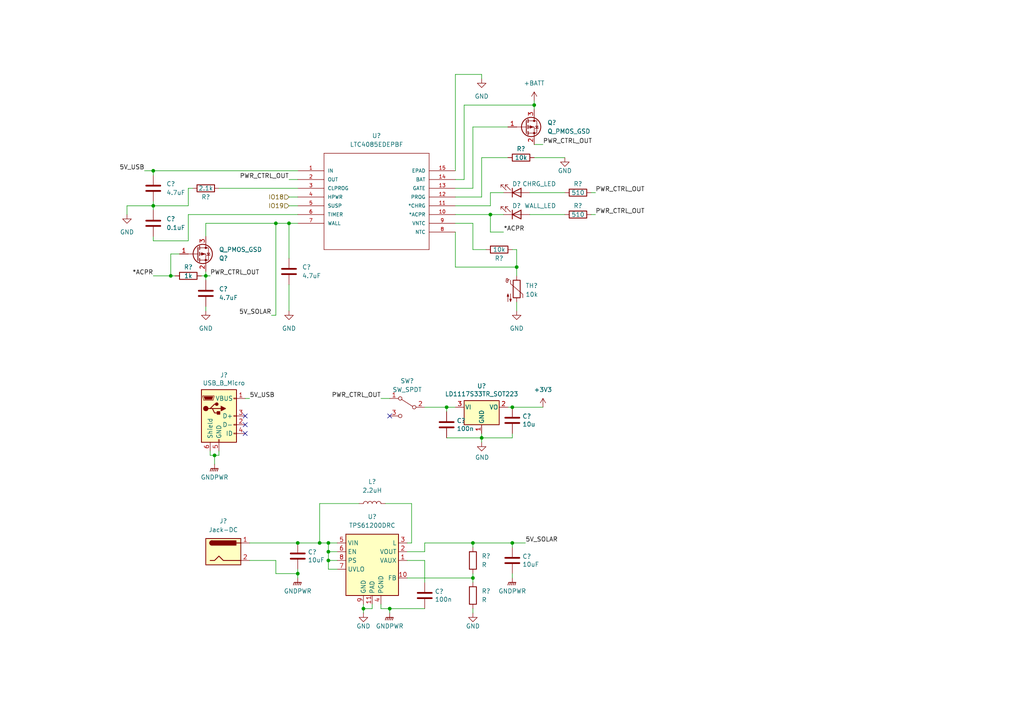
<source format=kicad_sch>
(kicad_sch (version 20211123) (generator eeschema)
  (paper "A4")
  (lib_symbols
    (symbol "Connector:Jack-DC" (pin_names (offset 1.016))
      (property "Reference" "J" (at 0 5.334 0))
      (property "Value" "Jack-DC" (at 0 -5.08 0))
      (symbol "Jack-DC_0_1"
        (rectangle (start -5.08 3.81) (end 5.08 -3.81) (stroke (width 0.254)) (fill (type background)))
        (arc (start -3.302 3.175) (mid -3.937 2.54) (end -3.302 1.905) (stroke (width 0.254)))
        (arc (start -3.302 3.175) (mid -3.937 2.54) (end -3.302 1.905) (stroke (width 0.254)) (fill (type outline)))
        (polyline (pts (xy 5.08 2.54) (xy 3.81 2.54)) (stroke (width 0.254)))
        (polyline (pts (xy -3.81 -2.54) (xy -2.54 -2.54) (xy -1.27 -1.27) (xy 0 -2.54) (xy 2.54 -2.54) (xy 5.08 -2.54)) (stroke (width 0.254)))
        (rectangle (start 3.683 3.175) (end -3.302 1.905) (stroke (width 0.254)) (fill (type outline)))
      )
      (symbol "Jack-DC_1_1"
        (pin passive line (at 7.62 2.54 180) (length 2.54) (name "~") (number "1"))
        (pin passive line (at 7.62 -2.54 180) (length 2.54) (name "~") (number "2"))
      )
    )
    (symbol "Connector:USB_B_Micro" (pin_names (offset 1.016))
      (property "Reference" "J" (at -5.08 11.43 0))
      (property "Value" "USB_B_Micro" (at -5.08 8.89 0))
      (symbol "USB_B_Micro_0_1"
        (rectangle (start -5.08 -7.62) (end 5.08 7.62) (stroke (width 0.254)) (fill (type background)))
        (circle (center -3.81 2.159) (radius 0.635) (stroke (width 0.254)) (fill (type outline)))
        (circle (center -0.635 3.429) (radius 0.381) (stroke (width 0.254)) (fill (type outline)))
        (rectangle (start -0.127 -7.62) (end 0.127 -6.858))
        (polyline (pts (xy -1.905 2.159) (xy 0.635 2.159)) (stroke (width 0.254)))
        (polyline (pts (xy -3.175 2.159) (xy -2.54 2.159) (xy -1.27 3.429) (xy -0.635 3.429)) (stroke (width 0.254)))
        (polyline (pts (xy -2.54 2.159) (xy -1.905 2.159) (xy -1.27 0.889) (xy 0 0.889)) (stroke (width 0.254)))
        (polyline (pts (xy 0.635 2.794) (xy 0.635 1.524) (xy 1.905 2.159) (xy 0.635 2.794)) (stroke (width 0.254)) (fill (type outline)))
        (polyline (pts (xy -4.318 5.588) (xy -1.778 5.588) (xy -2.032 4.826) (xy -4.064 4.826) (xy -4.318 5.588)) (fill (type outline)))
        (polyline (pts (xy -4.699 5.842) (xy -4.699 5.588) (xy -4.445 4.826) (xy -4.445 4.572) (xy -1.651 4.572) (xy -1.651 4.826) (xy -1.397 5.588) (xy -1.397 5.842) (xy -4.699 5.842)))
        (rectangle (start 0.254 1.27) (end -0.508 0.508) (stroke (width 0.254)) (fill (type outline)))
        (rectangle (start 5.08 -5.207) (end 4.318 -4.953))
        (rectangle (start 5.08 -2.667) (end 4.318 -2.413))
        (rectangle (start 5.08 -0.127) (end 4.318 0.127))
        (rectangle (start 5.08 4.953) (end 4.318 5.207))
      )
      (symbol "USB_B_Micro_1_1"
        (pin power_out line (at 7.62 5.08 180) (length 2.54) (name "VBUS") (number "1"))
        (pin bidirectional line (at 7.62 -2.54 180) (length 2.54) (name "D-") (number "2"))
        (pin bidirectional line (at 7.62 0 180) (length 2.54) (name "D+") (number "3"))
        (pin passive line (at 7.62 -5.08 180) (length 2.54) (name "ID") (number "4"))
        (pin power_out line (at 0 -10.16 90) (length 2.54) (name "GND") (number "5"))
        (pin passive line (at -2.54 -10.16 90) (length 2.54) (name "Shield") (number "6"))
      )
    )
    (symbol "Device:C" (pin_numbers hide) (pin_names (offset 0.254))
      (property "Reference" "C" (at 0.635 2.54 0))
      (property "Value" "C" (at 0.635 -2.54 0))
      (symbol "C_0_1"
        (polyline (pts (xy -2.032 -0.762) (xy 2.032 -0.762)) (stroke (width 0.508)))
        (polyline (pts (xy -2.032 0.762) (xy 2.032 0.762)) (stroke (width 0.508)))
      )
      (symbol "C_1_1"
        (pin passive line (at 0 3.81 270) (length 2.794) (name "~") (number "1"))
        (pin passive line (at 0 -3.81 90) (length 2.794) (name "~") (number "2"))
      )
    )
    (symbol "Device:L" (pin_numbers hide) (pin_names (offset 1.016) hide)
      (property "Reference" "L" (at -1.27 0 90))
      (property "Value" "L" (at 1.905 0 90))
      (symbol "L_0_1"
        (arc (start 0 -2.54) (mid 0.635 -1.905) (end 0 -1.27))
        (arc (start 0 -1.27) (mid 0.635 -0.635) (end 0 0))
        (arc (start 0 0) (mid 0.635 0.635) (end 0 1.27))
        (arc (start 0 1.27) (mid 0.635 1.905) (end 0 2.54))
      )
      (symbol "L_1_1"
        (pin passive line (at 0 3.81 270) (length 1.27) (name "1") (number "1"))
        (pin passive line (at 0 -3.81 90) (length 1.27) (name "2") (number "2"))
      )
    )
    (symbol "Device:LED" (pin_numbers hide) (pin_names (offset 1.016) hide)
      (property "Reference" "D" (at 0 2.54 0))
      (property "Value" "LED" (at 0 -2.54 0))
      (symbol "LED_0_1"
        (polyline (pts (xy -1.27 -1.27) (xy -1.27 1.27)) (stroke (width 0.254)))
        (polyline (pts (xy -1.27 0) (xy 1.27 0)))
        (polyline (pts (xy 1.27 -1.27) (xy 1.27 1.27) (xy -1.27 0) (xy 1.27 -1.27)) (stroke (width 0.254)))
        (polyline (pts (xy -3.048 -0.762) (xy -4.572 -2.286) (xy -3.81 -2.286) (xy -4.572 -2.286) (xy -4.572 -1.524)))
        (polyline (pts (xy -1.778 -0.762) (xy -3.302 -2.286) (xy -2.54 -2.286) (xy -3.302 -2.286) (xy -3.302 -1.524)))
      )
      (symbol "LED_1_1"
        (pin passive line (at -3.81 0 0) (length 2.54) (name "K") (number "1"))
        (pin passive line (at 3.81 0 180) (length 2.54) (name "A") (number "2"))
      )
    )
    (symbol "Device:Q_PMOS_GSD" (pin_names (offset 0) hide)
      (property "Reference" "Q" (at 5.08 1.27 0))
      (property "Value" "Q_PMOS_GSD" (at 5.08 -1.27 0))
      (symbol "Q_PMOS_GSD_0_1"
        (polyline (pts (xy 0.254 0) (xy -2.54 0)))
        (polyline (pts (xy 0.254 1.905) (xy 0.254 -1.905)) (stroke (width 0.254)))
        (polyline (pts (xy 0.762 -1.27) (xy 0.762 -2.286)) (stroke (width 0.254)))
        (polyline (pts (xy 0.762 0.508) (xy 0.762 -0.508)) (stroke (width 0.254)))
        (polyline (pts (xy 0.762 2.286) (xy 0.762 1.27)) (stroke (width 0.254)))
        (polyline (pts (xy 2.54 2.54) (xy 2.54 1.778)))
        (polyline (pts (xy 2.54 -2.54) (xy 2.54 0) (xy 0.762 0)))
        (polyline (pts (xy 0.762 1.778) (xy 3.302 1.778) (xy 3.302 -1.778) (xy 0.762 -1.778)))
        (polyline (pts (xy 2.286 0) (xy 1.27 0.381) (xy 1.27 -0.381) (xy 2.286 0)) (fill (type outline)))
        (polyline (pts (xy 2.794 -0.508) (xy 2.921 -0.381) (xy 3.683 -0.381) (xy 3.81 -0.254)))
        (polyline (pts (xy 3.302 -0.381) (xy 2.921 0.254) (xy 3.683 0.254) (xy 3.302 -0.381)))
        (circle (center 1.651 0) (radius 2.794) (stroke (width 0.254)))
        (circle (center 2.54 -1.778) (radius 0.254) (fill (type outline)))
        (circle (center 2.54 1.778) (radius 0.254) (fill (type outline)))
      )
      (symbol "Q_PMOS_GSD_1_1"
        (pin input line (at -5.08 0 0) (length 2.54) (name "G") (number "1"))
        (pin passive line (at 2.54 -5.08 90) (length 2.54) (name "S") (number "2"))
        (pin passive line (at 2.54 5.08 270) (length 2.54) (name "D") (number "3"))
      )
    )
    (symbol "Device:R" (pin_numbers hide) (pin_names (offset 0))
      (property "Reference" "R" (at 2.032 0 90))
      (property "Value" "R" (at 0 0 90))
      (symbol "R_0_1"
        (rectangle (start -1.016 -2.54) (end 1.016 2.54) (stroke (width 0.254)))
      )
      (symbol "R_1_1"
        (pin passive line (at 0 3.81 270) (length 1.27) (name "~") (number "1"))
        (pin passive line (at 0 -3.81 90) (length 1.27) (name "~") (number "2"))
      )
    )
    (symbol "Device:Thermistor_NTC" (pin_numbers hide) (pin_names (offset 0))
      (property "Reference" "TH" (at -4.445 0 90))
      (property "Value" "Thermistor_NTC" (at 3.175 0 90))
      (symbol "Thermistor_NTC_0_1"
        (arc (start -3.048 2.159) (mid -3.0495 2.3143) (end -3.175 2.413))
        (arc (start -3.048 2.159) (mid -2.9736 1.9794) (end -2.794 1.905))
        (arc (start -3.048 2.794) (mid -2.9736 2.6144) (end -2.794 2.54))
        (arc (start -2.794 1.905) (mid -2.6144 1.9794) (end -2.54 2.159))
        (arc (start -2.794 2.54) (mid -2.4393 2.5587) (end -2.159 2.794))
        (arc (start -2.794 3.048) (mid -2.9736 2.9736) (end -3.048 2.794))
        (arc (start -2.54 2.794) (mid -2.6144 2.9736) (end -2.794 3.048))
        (rectangle (start -1.016 2.54) (end 1.016 -2.54) (stroke (width 0.254)))
        (polyline (pts (xy -2.54 2.159) (xy -2.54 2.794)))
        (polyline (pts (xy -1.778 2.54) (xy -1.778 1.524) (xy 1.778 -1.524) (xy 1.778 -2.54)))
        (polyline (pts (xy -2.54 -3.683) (xy -2.54 -1.397) (xy -2.794 -2.159) (xy -2.286 -2.159) (xy -2.54 -1.397) (xy -2.54 -1.651)) (fill (type outline)))
        (polyline (pts (xy -1.778 -1.397) (xy -1.778 -3.683) (xy -2.032 -2.921) (xy -1.524 -2.921) (xy -1.778 -3.683) (xy -1.778 -3.429)) (fill (type outline)))
      )
      (symbol "Thermistor_NTC_1_1"
        (pin passive line (at 0 3.81 270) (length 1.27) (name "~") (number "1"))
        (pin passive line (at 0 -3.81 90) (length 1.27) (name "~") (number "2"))
      )
    )
    (symbol "LTC4085EDEPBF:LTC4085EDEPBF" (pin_names (offset 1.016))
      (property "Reference" "U" (at 18.1356 9.1186 0))
      (property "Value" "LTC4085EDEPBF" (at 17.5006 6.5786 0))
      (symbol "LTC4085EDEPBF_0_0"
        (polyline (pts (xy 7.62 -22.86) (xy 38.1 -22.86)) (stroke (width 0.1524)))
        (polyline (pts (xy 7.62 5.08) (xy 7.62 -22.86)) (stroke (width 0.1524)))
        (polyline (pts (xy 38.1 -22.86) (xy 38.1 5.08)) (stroke (width 0.1524)))
        (polyline (pts (xy 38.1 5.08) (xy 7.62 5.08)) (stroke (width 0.1524)))
        (pin input line (at 0 0 0) (length 7.62) (name "IN") (number "1"))
        (pin output line (at 45.72 -12.7 180) (length 7.62) (name "*ACPR") (number "10"))
        (pin output line (at 45.72 -10.16 180) (length 7.62) (name "*CHRG") (number "11"))
        (pin passive line (at 45.72 -7.62 180) (length 7.62) (name "PROG") (number "12"))
        (pin passive line (at 45.72 -5.08 180) (length 7.62) (name "GATE") (number "13"))
        (pin passive line (at 45.72 -2.54 180) (length 7.62) (name "BAT") (number "14"))
        (pin passive line (at 45.72 0 180) (length 7.62) (name "EPAD") (number "15"))
        (pin output line (at 0 -2.54 0) (length 7.62) (name "OUT") (number "2"))
        (pin input line (at 0 -5.08 0) (length 7.62) (name "CLPROG") (number "3"))
        (pin input line (at 0 -7.62 0) (length 7.62) (name "HPWR") (number "4"))
        (pin input line (at 0 -10.16 0) (length 7.62) (name "SUSP") (number "5"))
        (pin passive line (at 0 -12.7 0) (length 7.62) (name "TIMER") (number "6"))
        (pin input line (at 0 -15.24 0) (length 7.62) (name "WALL") (number "7"))
        (pin input line (at 45.72 -17.78 180) (length 7.62) (name "NTC") (number "8"))
        (pin output line (at 45.72 -15.24 180) (length 7.62) (name "VNTC") (number "9"))
      )
    )
    (symbol "Regulator_Linear:LD1117S33TR_SOT223" (pin_names (offset 0.254))
      (property "Reference" "U" (at -3.81 3.175 0))
      (property "Value" "LD1117S33TR_SOT223" (at 0 3.175 0))
      (symbol "LD1117S33TR_SOT223_0_1"
        (rectangle (start -5.08 -5.08) (end 5.08 1.905) (stroke (width 0.254)) (fill (type background)))
      )
      (symbol "LD1117S33TR_SOT223_1_1"
        (pin power_in line (at 0 -7.62 90) (length 2.54) (name "GND") (number "1"))
        (pin power_out line (at 7.62 0 180) (length 2.54) (name "VO") (number "2"))
        (pin power_in line (at -7.62 0 0) (length 2.54) (name "VI") (number "3"))
      )
    )
    (symbol "Regulator_Switching:TPS61200DRC"
      (property "Reference" "U" (at -10.16 8.89 0))
      (property "Value" "TPS61200DRC" (at -2.54 8.89 0))
      (symbol "TPS61200DRC_0_1"
        (rectangle (start -7.62 7.62) (end 7.62 -10.16) (stroke (width 0.254)) (fill (type background)))
      )
      (symbol "TPS61200DRC_1_1"
        (pin bidirectional line (at 10.16 0 180) (length 2.54) (name "VAUX") (number "1"))
        (pin input line (at 10.16 -5.08 180) (length 2.54) (name "FB") (number "10"))
        (pin power_in line (at 0 -12.7 90) (length 2.54) (name "PAD") (number "11"))
        (pin power_out line (at 10.16 2.54 180) (length 2.54) (name "VOUT") (number "2"))
        (pin input line (at 10.16 5.08 180) (length 2.54) (name "L") (number "3"))
        (pin power_in line (at 2.54 -12.7 90) (length 2.54) (name "PGND") (number "4"))
        (pin power_in line (at -10.16 5.08 0) (length 2.54) (name "VIN") (number "5"))
        (pin input line (at -10.16 2.54 0) (length 2.54) (name "EN") (number "6"))
        (pin input line (at -10.16 -2.54 0) (length 2.54) (name "UVLO") (number "7"))
        (pin input line (at -10.16 0 0) (length 2.54) (name "PS") (number "8"))
        (pin power_in line (at -2.54 -12.7 90) (length 2.54) (name "GND") (number "9"))
      )
    )
    (symbol "Switch:SW_SPDT" (pin_names (offset 0) hide)
      (property "Reference" "SW" (at 0 4.318 0))
      (property "Value" "SW_SPDT" (at 0 -5.08 0))
      (symbol "SW_SPDT_0_0"
        (circle (center -2.032 0) (radius 0.508))
        (circle (center 2.032 -2.54) (radius 0.508))
      )
      (symbol "SW_SPDT_0_1"
        (polyline (pts (xy -1.524 0.254) (xy 1.651 2.286)))
        (circle (center 2.032 2.54) (radius 0.508))
      )
      (symbol "SW_SPDT_1_1"
        (pin passive line (at 5.08 2.54 180) (length 2.54) (name "A") (number "1"))
        (pin passive line (at -5.08 0 0) (length 2.54) (name "B") (number "2"))
        (pin passive line (at 5.08 -2.54 180) (length 2.54) (name "C") (number "3"))
      )
    )
    (symbol "power:+3.3V" (power) (pin_names (offset 0))
      (property "Value" "+3.3V" (at 0 3.556 0))
      (symbol "+3.3V_0_1"
        (polyline (pts (xy -0.762 1.27) (xy 0 2.54)))
        (polyline (pts (xy 0 0) (xy 0 2.54)))
        (polyline (pts (xy 0 2.54) (xy 0.762 1.27)))
      )
      (symbol "+3.3V_1_1"
        (pin power_in line (at 0 0 90) (length 0) hide (name "+3V3") (number "1"))
      )
    )
    (symbol "power:+BATT" (power) (pin_names (offset 0))
      (property "Value" "+BATT" (at 0 3.556 0))
      (symbol "+BATT_0_1"
        (polyline (pts (xy -0.762 1.27) (xy 0 2.54)))
        (polyline (pts (xy 0 0) (xy 0 2.54)))
        (polyline (pts (xy 0 2.54) (xy 0.762 1.27)))
      )
      (symbol "+BATT_1_1"
        (pin power_in line (at 0 0 90) (length 0) hide (name "+BATT") (number "1"))
      )
    )
    (symbol "power:GND" (power) (pin_names (offset 0))
      (property "Value" "GND" (at 0 -3.81 0))
      (symbol "GND_0_1"
        (polyline (pts (xy 0 0) (xy 0 -1.27) (xy 1.27 -1.27) (xy 0 -2.54) (xy -1.27 -1.27) (xy 0 -1.27)))
      )
      (symbol "GND_1_1"
        (pin power_in line (at 0 0 270) (length 0) hide (name "GND") (number "1"))
      )
    )
    (symbol "power:GNDPWR" (power) (pin_names (offset 0))
      (property "Value" "GNDPWR" (at 0 -3.302 0))
      (symbol "GNDPWR_0_1"
        (polyline (pts (xy 0 -1.27) (xy 0 0)))
        (polyline (pts (xy -1.016 -1.27) (xy -1.27 -2.032) (xy -1.27 -2.032)) (stroke (width 0.2032)))
        (polyline (pts (xy -0.508 -1.27) (xy -0.762 -2.032) (xy -0.762 -2.032)) (stroke (width 0.2032)))
        (polyline (pts (xy 0 -1.27) (xy -0.254 -2.032) (xy -0.254 -2.032)) (stroke (width 0.2032)))
        (polyline (pts (xy 0.508 -1.27) (xy 0.254 -2.032) (xy 0.254 -2.032)) (stroke (width 0.2032)))
        (polyline (pts (xy 1.016 -1.27) (xy -1.016 -1.27) (xy -1.016 -1.27)) (stroke (width 0.2032)))
        (polyline (pts (xy 1.016 -1.27) (xy 0.762 -2.032) (xy 0.762 -2.032) (xy 0.762 -2.032)) (stroke (width 0.2032)))
      )
      (symbol "GNDPWR_1_1"
        (pin power_in line (at 0 0 270) (length 0) hide (name "GNDPWR") (number "1"))
      )
    )
  )
  (junction (at 95.25 157.48))
  (junction (at 92.71 157.48))
  (junction (at 49.53 80.01))
  (junction (at 137.16 157.48))
  (junction (at 80.01 64.77))
  (junction (at 139.7 127))
  (junction (at 113.03 176.53))
  (junction (at 129.54 118.11))
  (junction (at 148.59 118.11))
  (junction (at 62.23 132.08))
  (junction (at 44.45 59.69))
  (junction (at 44.45 49.53))
  (junction (at 154.94 30.48))
  (junction (at 95.25 160.02))
  (junction (at 59.69 80.01))
  (junction (at 105.41 176.53))
  (junction (at 83.82 64.77))
  (junction (at 142.24 62.23))
  (junction (at 86.36 166.37))
  (junction (at 86.36 157.48))
  (junction (at 95.25 162.56))
  (junction (at 148.59 157.48))
  (junction (at 137.16 167.64))
  (junction (at 149.86 77.47))
  (no_connect (at 71.12 123.19))
  (no_connect (at 113.03 120.65))
  (no_connect (at 71.12 120.65))
  (no_connect (at 71.12 125.73))
  (wire (pts (xy 154.94 45.72) (xy 163.83 45.72)))
  (wire (pts (xy 54.61 69.85) (xy 44.45 69.85)))
  (wire (pts (xy 137.16 36.83) (xy 137.16 54.61)))
  (wire (pts (xy 149.86 87.63) (xy 149.86 90.17)))
  (wire (pts (xy 139.7 45.72) (xy 147.32 45.72)))
  (wire (pts (xy 148.59 127) (xy 139.7 127)))
  (wire (pts (xy 49.53 80.01) (xy 50.8 80.01)))
  (wire (pts (xy 148.59 125.73) (xy 148.59 127)))
  (wire (pts (xy 59.69 64.77) (xy 80.01 64.77)))
  (wire (pts (xy 36.83 59.69) (xy 44.45 59.69)))
  (wire (pts (xy 54.61 62.23) (xy 54.61 69.85)))
  (wire (pts (xy 54.61 54.61) (xy 55.88 54.61)))
  (wire (pts (xy 83.82 59.69) (xy 86.36 59.69)))
  (wire (pts (xy 44.45 59.69) (xy 54.61 59.69)))
  (wire (pts (xy 95.25 162.56) (xy 97.79 162.56)))
  (wire (pts (xy 92.71 157.48) (xy 95.25 157.48)))
  (wire (pts (xy 86.36 166.37) (xy 86.36 167.64)))
  (wire (pts (xy 95.25 160.02) (xy 97.79 160.02)))
  (wire (pts (xy 80.01 162.56) (xy 80.01 166.37)))
  (wire (pts (xy 132.08 77.47) (xy 149.86 77.47)))
  (wire (pts (xy 49.53 73.66) (xy 49.53 80.01)))
  (wire (pts (xy 86.36 165.1) (xy 86.36 166.37)))
  (wire (pts (xy 60.96 132.08) (xy 60.96 130.81)))
  (wire (pts (xy 86.36 62.23) (xy 54.61 62.23)))
  (wire (pts (xy 72.39 162.56) (xy 80.01 162.56)))
  (wire (pts (xy 137.16 176.53) (xy 137.16 177.8)))
  (wire (pts (xy 171.45 55.88) (xy 172.72 55.88)))
  (wire (pts (xy 129.54 119.38) (xy 129.54 118.11)))
  (wire (pts (xy 86.36 157.48) (xy 92.71 157.48)))
  (wire (pts (xy 44.45 50.8) (xy 44.45 49.53)))
  (wire (pts (xy 113.03 177.8) (xy 113.03 176.53)))
  (wire (pts (xy 129.54 118.11) (xy 132.08 118.11)))
  (wire (pts (xy 80.01 64.77) (xy 80.01 91.44)))
  (wire (pts (xy 137.16 72.39) (xy 140.97 72.39)))
  (wire (pts (xy 72.39 115.57) (xy 71.12 115.57)))
  (wire (pts (xy 110.49 176.53) (xy 110.49 175.26)))
  (wire (pts (xy 113.03 176.53) (xy 110.49 176.53)))
  (wire (pts (xy 72.39 157.48) (xy 86.36 157.48)))
  (wire (pts (xy 58.42 80.01) (xy 59.69 80.01)))
  (wire (pts (xy 148.59 118.11) (xy 157.48 118.11)))
  (wire (pts (xy 142.24 59.69) (xy 142.24 55.88)))
  (wire (pts (xy 142.24 55.88) (xy 146.05 55.88)))
  (wire (pts (xy 83.82 82.55) (xy 83.82 90.17)))
  (wire (pts (xy 132.08 21.59) (xy 139.7 21.59)))
  (wire (pts (xy 148.59 166.37) (xy 148.59 167.64)))
  (wire (pts (xy 147.32 118.11) (xy 148.59 118.11)))
  (wire (pts (xy 118.11 162.56) (xy 123.19 162.56)))
  (wire (pts (xy 154.94 30.48) (xy 154.94 31.75)))
  (wire (pts (xy 148.59 157.48) (xy 148.59 158.75)))
  (wire (pts (xy 119.38 157.48) (xy 118.11 157.48)))
  (wire (pts (xy 59.69 88.9) (xy 59.69 90.17)))
  (wire (pts (xy 36.83 59.69) (xy 36.83 62.23)))
  (wire (pts (xy 113.03 176.53) (xy 123.19 176.53)))
  (wire (pts (xy 132.08 67.31) (xy 132.08 77.47)))
  (wire (pts (xy 148.59 157.48) (xy 152.4 157.48)))
  (wire (pts (xy 137.16 167.64) (xy 137.16 168.91)))
  (wire (pts (xy 60.96 132.08) (xy 62.23 132.08)))
  (wire (pts (xy 134.62 30.48) (xy 154.94 30.48)))
  (wire (pts (xy 83.82 57.15) (xy 86.36 57.15)))
  (wire (pts (xy 44.45 80.01) (xy 49.53 80.01)))
  (wire (pts (xy 59.69 64.77) (xy 59.69 68.58)))
  (wire (pts (xy 171.45 62.23) (xy 172.72 62.23)))
  (wire (pts (xy 118.11 160.02) (xy 123.19 160.02)))
  (wire (pts (xy 142.24 62.23) (xy 146.05 62.23)))
  (wire (pts (xy 132.08 64.77) (xy 137.16 64.77)))
  (wire (pts (xy 63.5 130.81) (xy 63.5 132.08)))
  (wire (pts (xy 59.69 80.01) (xy 59.69 78.74)))
  (wire (pts (xy 137.16 54.61) (xy 132.08 54.61)))
  (wire (pts (xy 83.82 52.07) (xy 86.36 52.07)))
  (wire (pts (xy 137.16 157.48) (xy 137.16 158.75)))
  (wire (pts (xy 49.53 73.66) (xy 52.07 73.66)))
  (wire (pts (xy 149.86 72.39) (xy 149.86 77.47)))
  (wire (pts (xy 83.82 64.77) (xy 83.82 74.93)))
  (wire (pts (xy 137.16 36.83) (xy 147.32 36.83)))
  (wire (pts (xy 97.79 165.1) (xy 95.25 165.1)))
  (wire (pts (xy 44.45 59.69) (xy 44.45 60.96)))
  (wire (pts (xy 119.38 146.05) (xy 119.38 157.48)))
  (wire (pts (xy 110.49 115.57) (xy 113.03 115.57)))
  (wire (pts (xy 132.08 57.15) (xy 139.7 57.15)))
  (wire (pts (xy 123.19 162.56) (xy 123.19 168.91)))
  (wire (pts (xy 132.08 21.59) (xy 132.08 49.53)))
  (wire (pts (xy 137.16 64.77) (xy 137.16 72.39)))
  (wire (pts (xy 153.67 55.88) (xy 163.83 55.88)))
  (wire (pts (xy 107.95 175.26) (xy 107.95 176.53)))
  (wire (pts (xy 105.41 176.53) (xy 105.41 177.8)))
  (wire (pts (xy 123.19 118.11) (xy 129.54 118.11)))
  (wire (pts (xy 118.11 167.64) (xy 137.16 167.64)))
  (wire (pts (xy 95.25 157.48) (xy 97.79 157.48)))
  (wire (pts (xy 83.82 64.77) (xy 86.36 64.77)))
  (wire (pts (xy 129.54 127) (xy 139.7 127)))
  (wire (pts (xy 63.5 54.61) (xy 86.36 54.61)))
  (wire (pts (xy 62.23 132.08) (xy 62.23 134.62)))
  (wire (pts (xy 54.61 54.61) (xy 54.61 59.69)))
  (wire (pts (xy 104.14 146.05) (xy 92.71 146.05)))
  (wire (pts (xy 134.62 52.07) (xy 132.08 52.07)))
  (wire (pts (xy 59.69 80.01) (xy 60.96 80.01)))
  (wire (pts (xy 41.91 49.53) (xy 44.45 49.53)))
  (wire (pts (xy 132.08 59.69) (xy 142.24 59.69)))
  (wire (pts (xy 44.45 69.85) (xy 44.45 68.58)))
  (wire (pts (xy 134.62 30.48) (xy 134.62 52.07)))
  (wire (pts (xy 107.95 176.53) (xy 105.41 176.53)))
  (wire (pts (xy 80.01 166.37) (xy 86.36 166.37)))
  (wire (pts (xy 154.94 29.21) (xy 154.94 30.48)))
  (wire (pts (xy 139.7 127) (xy 139.7 128.27)))
  (wire (pts (xy 139.7 21.59) (xy 139.7 22.86)))
  (wire (pts (xy 111.76 146.05) (xy 119.38 146.05)))
  (wire (pts (xy 146.05 67.31) (xy 142.24 67.31)))
  (wire (pts (xy 62.23 132.08) (xy 63.5 132.08)))
  (wire (pts (xy 137.16 167.64) (xy 137.16 166.37)))
  (wire (pts (xy 154.94 41.91) (xy 157.48 41.91)))
  (wire (pts (xy 142.24 67.31) (xy 142.24 62.23)))
  (wire (pts (xy 78.74 91.44) (xy 80.01 91.44)))
  (wire (pts (xy 139.7 125.73) (xy 139.7 127)))
  (wire (pts (xy 44.45 49.53) (xy 86.36 49.53)))
  (wire (pts (xy 149.86 77.47) (xy 149.86 80.01)))
  (wire (pts (xy 95.25 160.02) (xy 95.25 157.48)))
  (wire (pts (xy 148.59 72.39) (xy 149.86 72.39)))
  (wire (pts (xy 105.41 175.26) (xy 105.41 176.53)))
  (wire (pts (xy 80.01 64.77) (xy 83.82 64.77)))
  (wire (pts (xy 92.71 146.05) (xy 92.71 157.48)))
  (wire (pts (xy 153.67 62.23) (xy 163.83 62.23)))
  (wire (pts (xy 123.19 157.48) (xy 137.16 157.48)))
  (wire (pts (xy 95.25 162.56) (xy 95.25 160.02)))
  (wire (pts (xy 139.7 57.15) (xy 139.7 45.72)))
  (wire (pts (xy 137.16 157.48) (xy 148.59 157.48)))
  (wire (pts (xy 123.19 160.02) (xy 123.19 157.48)))
  (wire (pts (xy 59.69 80.01) (xy 59.69 81.28)))
  (wire (pts (xy 44.45 58.42) (xy 44.45 59.69)))
  (wire (pts (xy 95.25 165.1) (xy 95.25 162.56)))
  (wire (pts (xy 132.08 62.23) (xy 142.24 62.23)))
  (label "PWR_CTRL_OUT" (at 60.96 80.01 0))
  (label "PWR_CTRL_OUT" (at 172.72 62.23 0))
  (label "5V_USB" (at 72.39 115.57 0))
  (label "*ACPR" (at 44.45 80.01 180))
  (label "5V_USB" (at 41.91 49.53 180))
  (label "5V_SOLAR" (at 152.4 157.48 0))
  (label "PWR_CTRL_OUT" (at 83.82 52.07 180))
  (label "PWR_CTRL_OUT" (at 110.49 115.57 180))
  (label "5V_SOLAR" (at 78.74 91.44 180))
  (label "PWR_CTRL_OUT" (at 172.72 55.88 0))
  (label "PWR_CTRL_OUT" (at 157.48 41.91 0))
  (label "*ACPR" (at 146.05 67.31 0))
  (hierarchical_label "IO19" (shape input) (at 83.82 59.69 180))
  (hierarchical_label "IO18" (shape input) (at 83.82 57.15 180))
  (symbol (lib_id "power:GND") (at 59.69 90.17 0) (unit 1)
    (property "Reference" "#PWR?" (effects hide))
    (property "Value" "GND" (at 59.69 95.25 0))
  )
  (symbol (lib_id "power:GNDPWR") (at 148.59 167.64 0) (unit 1)
    (property "Reference" "#PWR?" (effects hide))
    (property "Value" "GNDPWR" (at 148.59 171.45 0))
  )
  (symbol (lib_id "Device:Thermistor_NTC") (at 149.86 83.82 0) (unit 1)
    (property "Reference" "TH?" (at 152.4 82.8674 0) (effects (justify left)))
    (property "Value" "10k" (at 152.4 85.4074 0) (effects (justify left)))
    (property "Footprint" "Resistor_SMD:R_0603_1608Metric_Pad0.98x0.95mm_HandSolder" (effects hide))
  )
  (symbol (lib_id "power:GNDPWR") (at 86.36 167.64 0) (unit 1)
    (property "Reference" "#PWR?" (effects hide))
    (property "Value" "GNDPWR" (at 86.36 171.45 0))
  )
  (symbol (lib_id "Device:Q_PMOS_GSD") (at 152.4 36.83 0) (unit 1)
    (property "Reference" "Q?" (at 158.75 35.5599 0) (effects (justify left)))
    (property "Value" "Q_PMOS_GSD" (at 158.75 38.0999 0) (effects (justify left)))
    (property "Footprint" "Package_TO_SOT_SMD:SOT-23_Handsoldering" (effects hide))
  )
  (symbol (lib_id "LTC4085EDEPBF:LTC4085EDEPBF") (at 86.36 49.53 0) (unit 1)
    (property "Reference" "U?" (at 109.22 39.37 0))
    (property "Value" "LTC4085EDEPBF" (at 109.22 41.91 0))
    (property "Footprint" "LTC4085EDEPBF:DFN-14_DE" (effects hide))
    (property "VENDOR" "Linear Technology" (effects hide))
    (property "MANUFACTURER_PART_NUMBER" "ltc4085ede#pbf" (effects hide))
    (property "COPYRIGHT" "Copyright C 2016 Accelerated Designs. All rights reserved" (effects hide))
  )
  (symbol (lib_id "Device:C") (at 123.19 172.72 0) (unit 1)
    (property "Reference" "C?" (at 126.111 171.5516 0) (effects (justify left)))
    (property "Value" "100n" (at 126.111 173.863 0) (effects (justify left)))
    (property "Footprint" "Capacitor_SMD:C_0805_2012Metric_Pad1.18x1.45mm_HandSolder" (effects hide))
  )
  (symbol (lib_id "Device:R") (at 59.69 54.61 90) (unit 1)
    (property "Reference" "R?" (at 59.69 57.15 90))
    (property "Value" "2.1k" (at 59.69 54.61 90))
    (property "Footprint" "Resistor_SMD:R_0805_2012Metric_Pad1.20x1.40mm_HandSolder" (effects hide))
  )
  (symbol (lib_id "Regulator_Switching:TPS61200DRC") (at 107.95 162.56 0) (unit 1)
    (property "Reference" "U?" (at 107.95 149.86 0))
    (property "Value" "TPS61200DRC" (at 107.95 152.4 0))
    (property "Footprint" "Package_SON:Texas_S-PVSON-N10_ThermalVias" (effects hide))
    (property "Datasheet" "http://www.ti.com/lit/ds/symlink/tps61200.pdf" (effects hide))
  )
  (symbol (lib_id "power:GND") (at 139.7 22.86 0) (unit 1)
    (property "Reference" "#PWR?" (effects hide))
    (property "Value" "GND" (at 139.7 27.94 0))
  )
  (symbol (lib_id "Device:C") (at 59.69 85.09 0) (unit 1)
    (property "Reference" "C?" (at 63.5 83.8199 0) (effects (justify left)))
    (property "Value" "4.7uF" (at 63.5 86.3599 0) (effects (justify left)))
    (property "Footprint" "Capacitor_SMD:C_0805_2012Metric_Pad1.18x1.45mm_HandSolder" (effects hide))
  )
  (symbol (lib_id "Device:Q_PMOS_GSD") (at 57.15 73.66 0) (unit 1)
    (property "Reference" "Q?" (at 63.5 74.9301 0) (effects (justify left)))
    (property "Value" "Q_PMOS_GSD" (at 63.5 72.3901 0) (effects (justify left)))
    (property "Footprint" "Package_TO_SOT_SMD:SOT-23_Handsoldering" (effects hide))
  )
  (symbol (lib_id "Device:C") (at 44.45 64.77 180) (unit 1)
    (property "Reference" "C?" (at 48.26 63.4999 0) (effects (justify right)))
    (property "Value" "0.1uF" (at 48.26 66.0399 0) (effects (justify right)))
    (property "Footprint" "Capacitor_SMD:C_0805_2012Metric_Pad1.18x1.45mm_HandSolder" (effects hide))
  )
  (symbol (lib_id "Device:C") (at 148.59 162.56 0) (unit 1)
    (property "Reference" "C?" (at 151.511 161.3916 0) (effects (justify left)))
    (property "Value" "10uF" (at 151.511 163.703 0) (effects (justify left)))
    (property "Footprint" "Capacitor_SMD:C_0805_2012Metric_Pad1.18x1.45mm_HandSolder" (effects hide))
  )
  (symbol (lib_id "power:GND") (at 105.41 177.8 0) (unit 1)
    (property "Reference" "#PWR?" (effects hide))
    (property "Value" "GND" (at 105.41 181.61 0))
  )
  (symbol (lib_id "power:GNDPWR") (at 62.23 134.62 0) (unit 1)
    (property "Reference" "#PWR?" (effects hide))
    (property "Value" "GNDPWR" (at 62.23 138.43 0))
  )
  (symbol (lib_id "power:GND") (at 137.16 177.8 0) (unit 1)
    (property "Reference" "#PWR?" (effects hide))
    (property "Value" "GND" (at 137.16 181.61 0))
  )
  (symbol (lib_id "Connector:USB_B_Micro") (at 63.5 120.65 0) (unit 1)
    (property "Reference" "J?" (at 64.9478 108.7882 0))
    (property "Value" "USB_B_Micro" (at 64.9478 111.0996 0))
    (property "Footprint" "Connector_USB:USB_Micro-B_Molex-105017-0001" (effects hide))
  )
  (symbol (lib_id "power:GND") (at 83.82 90.17 0) (unit 1)
    (property "Reference" "#PWR?" (effects hide))
    (property "Value" "GND" (at 83.82 95.25 0))
  )
  (symbol (lib_id "power:+3.3V") (at 157.48 118.11 0) (unit 1)
    (property "Reference" "#PWR?" (effects hide))
    (property "Value" "+3.3V" (at 157.48 113.03 0))
  )
  (symbol (lib_id "power:GND") (at 163.83 45.72 0) (unit 1)
    (property "Reference" "#PWR?" (effects hide))
    (property "Value" "GND" (at 163.83 49.53 0))
  )
  (symbol (lib_id "power:GND") (at 139.7 128.27 0) (unit 1)
    (property "Reference" "#PWR?" (effects hide))
    (property "Value" "GND" (at 139.827 132.6642 0))
  )
  (symbol (lib_id "Device:LED") (at 149.86 62.23 0) (mirror x) (unit 1)
    (property "Reference" "D?" (at 151.13 59.69 0) (effects (justify right)))
    (property "Value" "WALL_LED" (at 161.29 59.69 0) (effects (justify right)))
    (property "Footprint" "LED_SMD:LED_0805_2012Metric_Pad1.15x1.40mm_HandSolder" (effects hide))
  )
  (symbol (lib_id "power:+BATT") (at 154.94 29.21 0) (unit 1)
    (property "Reference" "#PWR?" (effects hide))
    (property "Value" "+BATT" (at 154.94 24.13 0))
  )
  (symbol (lib_id "Device:C") (at 44.45 54.61 0) (unit 1)
    (property "Reference" "C?" (at 48.26 53.3399 0) (effects (justify left)))
    (property "Value" "4.7uF" (at 48.26 55.8799 0) (effects (justify left)))
    (property "Footprint" "Capacitor_SMD:C_0805_2012Metric_Pad1.18x1.45mm_HandSolder" (effects hide))
  )
  (symbol (lib_id "Device:R") (at 144.78 72.39 90) (unit 1)
    (property "Reference" "R?" (at 144.78 74.93 90))
    (property "Value" "10k" (at 144.78 72.39 90))
    (property "Footprint" "Resistor_SMD:R_0805_2012Metric_Pad1.20x1.40mm_HandSolder" (effects hide))
  )
  (symbol (lib_id "Device:C") (at 83.82 78.74 0) (unit 1)
    (property "Reference" "C?" (at 87.63 77.4699 0) (effects (justify left)))
    (property "Value" "4.7uF" (at 87.63 80.0099 0) (effects (justify left)))
    (property "Footprint" "Capacitor_SMD:C_0805_2012Metric_Pad1.18x1.45mm_HandSolder" (effects hide))
  )
  (symbol (lib_id "Device:C") (at 86.36 161.29 0) (unit 1)
    (property "Reference" "C?" (at 89.281 160.1216 0) (effects (justify left)))
    (property "Value" "10uF" (at 89.281 162.433 0) (effects (justify left)))
    (property "Footprint" "Capacitor_SMD:C_0805_2012Metric_Pad1.18x1.45mm_HandSolder" (effects hide))
  )
  (symbol (lib_id "Device:C") (at 148.59 121.92 0) (unit 1)
    (property "Reference" "C?" (at 151.511 120.7516 0) (effects (justify left)))
    (property "Value" "10u" (at 151.511 123.063 0) (effects (justify left)))
    (property "Footprint" "Capacitor_SMD:C_0805_2012Metric_Pad1.18x1.45mm_HandSolder" (effects hide))
  )
  (symbol (lib_id "Device:L") (at 107.95 146.05 90) (unit 1)
    (property "Reference" "L?" (at 107.95 139.7 90))
    (property "Value" "2.2uH" (at 107.95 142.24 90))
    (property "Footprint" "Inductor_SMD:L_Coilcraft_LPS4018" (effects hide))
  )
  (symbol (lib_id "power:GNDPWR") (at 113.03 177.8 0) (unit 1)
    (property "Reference" "#PWR?" (effects hide))
    (property "Value" "GNDPWR" (at 113.03 181.61 0))
  )
  (symbol (lib_id "Device:R") (at 167.64 62.23 90) (unit 1)
    (property "Reference" "R?" (at 167.64 59.69 90))
    (property "Value" "510" (at 167.64 62.23 90))
    (property "Footprint" "Resistor_SMD:R_0805_2012Metric_Pad1.20x1.40mm_HandSolder" (effects hide))
  )
  (symbol (lib_id "Switch:SW_SPDT") (at 118.11 118.11 0) (mirror y) (unit 1)
    (property "Reference" "SW?" (at 118.11 110.49 0))
    (property "Value" "SW_SPDT" (at 118.11 113.03 0))
    (property "Footprint" "Button_Switch_THT:SW_CuK_OS102011MA1QN1_SPDT_Angled" (effects hide))
  )
  (symbol (lib_id "Device:R") (at 54.61 80.01 270) (unit 1)
    (property "Reference" "R?" (at 54.61 77.47 90))
    (property "Value" "1k" (at 54.61 80.01 90))
    (property "Footprint" "Resistor_SMD:R_0805_2012Metric_Pad1.20x1.40mm_HandSolder" (effects hide))
  )
  (symbol (lib_id "Device:R") (at 167.64 55.88 90) (unit 1)
    (property "Reference" "R?" (at 167.64 53.34 90))
    (property "Value" "510" (at 167.64 55.88 90))
    (property "Footprint" "Resistor_SMD:R_0805_2012Metric_Pad1.20x1.40mm_HandSolder" (effects hide))
  )
  (symbol (lib_id "Device:LED") (at 149.86 55.88 0) (mirror x) (unit 1)
    (property "Reference" "D?" (at 151.13 53.34 0) (effects (justify right)))
    (property "Value" "CHRG_LED" (at 161.29 53.34 0) (effects (justify right)))
    (property "Footprint" "LED_SMD:LED_0805_2012Metric_Pad1.15x1.40mm_HandSolder" (effects hide))
  )
  (symbol (lib_id "Device:C") (at 129.54 123.19 0) (unit 1)
    (property "Reference" "C?" (at 132.461 122.0216 0) (effects (justify left)))
    (property "Value" "100n" (at 132.461 124.333 0) (effects (justify left)))
    (property "Footprint" "Capacitor_SMD:C_0805_2012Metric_Pad1.18x1.45mm_HandSolder" (effects hide))
  )
  (symbol (lib_id "Device:R") (at 137.16 162.56 0) (unit 1)
    (property "Reference" "R?" (at 139.7 161.2899 0) (effects (justify left)))
    (property "Value" "R" (at 139.7 163.8299 0) (effects (justify left)))
    (property "Footprint" "Resistor_SMD:R_0805_2012Metric_Pad1.20x1.40mm_HandSolder" (effects hide))
  )
  (symbol (lib_id "Connector:Jack-DC") (at 64.77 160.02 0) (unit 1)
    (property "Reference" "J?" (at 64.77 151.13 0))
    (property "Value" "Jack-DC" (at 64.77 153.67 0))
    (property "Footprint" "Connector_BarrelJack:BarrelJack_SwitchcraftConxall_RAPC10U_Horizontal" (effects hide))
  )
  (symbol (lib_id "Device:R") (at 151.13 45.72 90) (unit 1)
    (property "Reference" "R?" (at 151.13 43.18 90))
    (property "Value" "10k" (at 151.13 45.72 90))
    (property "Footprint" "Resistor_SMD:R_0805_2012Metric_Pad1.20x1.40mm_HandSolder" (effects hide))
  )
  (symbol (lib_id "Regulator_Linear:LD1117S33TR_SOT223") (at 139.7 118.11 0) (unit 1)
    (property "Reference" "U?" (at 139.7 111.9632 0))
    (property "Value" "LD1117S33TR_SOT223" (at 139.7 114.2746 0))
    (property "Footprint" "Package_TO_SOT_SMD:SOT-223-3_TabPin2" (effects hide))
    (property "Datasheet" "http://www.st.com/st-web-ui/static/active/en/resource/technical/document/datasheet/CD00000544.pdf" (effects hide))
  )
  (symbol (lib_id "power:GND") (at 36.83 62.23 0) (unit 1)
    (property "Reference" "#PWR?" (effects hide))
    (property "Value" "GND" (at 36.83 67.31 0))
  )
  (symbol (lib_id "power:GND") (at 149.86 90.17 0) (unit 1)
    (property "Reference" "#PWR?" (effects hide))
    (property "Value" "GND" (at 149.86 95.25 0))
  )
  (symbol (lib_id "Device:R") (at 137.16 172.72 0) (unit 1)
    (property "Reference" "R?" (at 139.7 171.4499 0) (effects (justify left)))
    (property "Value" "R" (at 139.7 173.9899 0) (effects (justify left)))
    (property "Footprint" "Resistor_SMD:R_0805_2012Metric_Pad1.20x1.40mm_HandSolder" (effects hide))
  )
)
</source>
